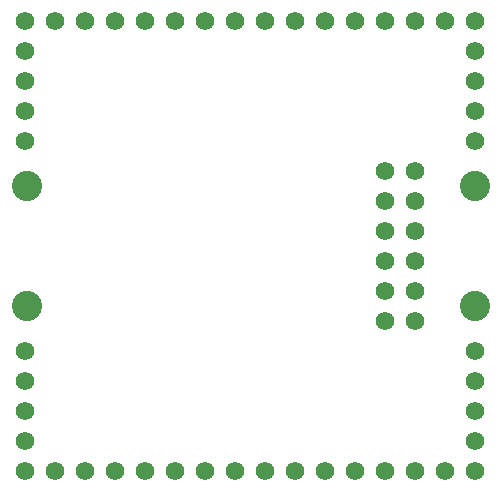
<source format=gbr>
%TF.GenerationSoftware,KiCad,Pcbnew,(6.0.5)*%
%TF.CreationDate,2022-06-16T15:32:05-04:00*%
%TF.ProjectId,pq-cdh,70712d63-6468-42e6-9b69-6361645f7063,V0.2.0*%
%TF.SameCoordinates,Original*%
%TF.FileFunction,Soldermask,Bot*%
%TF.FilePolarity,Negative*%
%FSLAX46Y46*%
G04 Gerber Fmt 4.6, Leading zero omitted, Abs format (unit mm)*
G04 Created by KiCad (PCBNEW (6.0.5)) date 2022-06-16 15:32:05*
%MOMM*%
%LPD*%
G01*
G04 APERTURE LIST*
%ADD10C,1.565400*%
%ADD11C,2.565400*%
G04 APERTURE END LIST*
D10*
%TO.C,J1*%
X174050000Y-116890000D03*
X174050000Y-119430000D03*
X174050000Y-121970000D03*
X174050000Y-124510000D03*
%TD*%
%TO.C,J5*%
X135950000Y-88950000D03*
X138490000Y-88950000D03*
X141030000Y-88950000D03*
X143570000Y-88950000D03*
X146110000Y-88950000D03*
X148650000Y-88950000D03*
X151190000Y-88950000D03*
X153730000Y-88950000D03*
X156270000Y-88950000D03*
X158810000Y-88950000D03*
X161350000Y-88950000D03*
X163890000Y-88950000D03*
X166430000Y-88950000D03*
X168970000Y-88950000D03*
X171510000Y-88950000D03*
X174050000Y-88950000D03*
%TD*%
D11*
%TO.C,J6*%
X174080000Y-113060000D03*
X136160000Y-113060000D03*
X174080000Y-102900000D03*
X136160000Y-102900000D03*
%TD*%
D10*
%TO.C,J7*%
X168970000Y-114350000D03*
X166430000Y-114350000D03*
X168970000Y-111810000D03*
X166430000Y-111810000D03*
X168970000Y-109270000D03*
X166430000Y-109270000D03*
X168970000Y-106730000D03*
X166430000Y-106730000D03*
X168970000Y-104190000D03*
X166430000Y-104190000D03*
X168970000Y-101650000D03*
X166430000Y-101650000D03*
%TD*%
%TO.C,J8*%
X135950000Y-116890000D03*
X135950000Y-119430000D03*
X135950000Y-121970000D03*
X135950000Y-124510000D03*
%TD*%
%TO.C,J4*%
X135950000Y-91490000D03*
X135950000Y-94030000D03*
X135950000Y-96570000D03*
X135950000Y-99110000D03*
%TD*%
%TO.C,J2*%
X135950000Y-127050000D03*
X138490000Y-127050000D03*
X141030000Y-127050000D03*
X143570000Y-127050000D03*
X146110000Y-127050000D03*
X148650000Y-127050000D03*
X151190000Y-127050000D03*
X153730000Y-127050000D03*
X156270000Y-127050000D03*
X158810000Y-127050000D03*
X161350000Y-127050000D03*
X163890000Y-127050000D03*
X166430000Y-127050000D03*
X168970000Y-127050000D03*
X171510000Y-127050000D03*
X174050000Y-127050000D03*
%TD*%
%TO.C,J3*%
X174050000Y-99110000D03*
X174050000Y-96570000D03*
X174050000Y-94030000D03*
X174050000Y-91490000D03*
%TD*%
M02*

</source>
